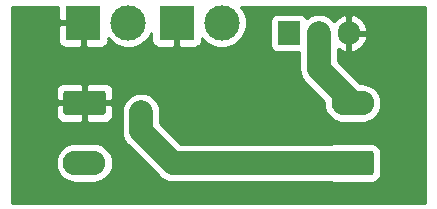
<source format=gbr>
G04 #@! TF.GenerationSoftware,KiCad,Pcbnew,(5.1.10)-1*
G04 #@! TF.CreationDate,2021-05-27T14:09:39+02:00*
G04 #@! TF.ProjectId,HV_UV_detect,48565f55-565f-4646-9574-6563742e6b69,0v2*
G04 #@! TF.SameCoordinates,Original*
G04 #@! TF.FileFunction,Copper,L2,Bot*
G04 #@! TF.FilePolarity,Positive*
%FSLAX46Y46*%
G04 Gerber Fmt 4.6, Leading zero omitted, Abs format (unit mm)*
G04 Created by KiCad (PCBNEW (5.1.10)-1) date 2021-05-27 14:09:39*
%MOMM*%
%LPD*%
G01*
G04 APERTURE LIST*
G04 #@! TA.AperFunction,ComponentPad*
%ADD10O,1.905000X2.000000*%
G04 #@! TD*
G04 #@! TA.AperFunction,ComponentPad*
%ADD11R,1.905000X2.000000*%
G04 #@! TD*
G04 #@! TA.AperFunction,ComponentPad*
%ADD12C,2.999740*%
G04 #@! TD*
G04 #@! TA.AperFunction,ComponentPad*
%ADD13R,2.999740X2.999740*%
G04 #@! TD*
G04 #@! TA.AperFunction,ComponentPad*
%ADD14O,3.600000X2.080000*%
G04 #@! TD*
G04 #@! TA.AperFunction,ViaPad*
%ADD15C,0.800000*%
G04 #@! TD*
G04 #@! TA.AperFunction,Conductor*
%ADD16C,2.000000*%
G04 #@! TD*
G04 #@! TA.AperFunction,Conductor*
%ADD17C,0.254000*%
G04 #@! TD*
G04 #@! TA.AperFunction,Conductor*
%ADD18C,0.100000*%
G04 #@! TD*
G04 APERTURE END LIST*
D10*
X167680000Y-85600000D03*
X165140000Y-85600000D03*
D11*
X162600000Y-85600000D03*
D12*
X156910000Y-84700000D03*
D13*
X153100000Y-84700000D03*
D12*
X149010000Y-84700000D03*
D13*
X145200000Y-84700000D03*
G04 #@! TA.AperFunction,ComponentPad*
G36*
G01*
X143749999Y-90460000D02*
X146850001Y-90460000D01*
G75*
G02*
X147100000Y-90709999I0J-249999D01*
G01*
X147100000Y-92290001D01*
G75*
G02*
X146850001Y-92540000I-249999J0D01*
G01*
X143749999Y-92540000D01*
G75*
G02*
X143500000Y-92290001I0J249999D01*
G01*
X143500000Y-90709999D01*
G75*
G02*
X143749999Y-90460000I249999J0D01*
G01*
G37*
G04 #@! TD.AperFunction*
D14*
X145300000Y-96580000D03*
X168000000Y-91520000D03*
G04 #@! TA.AperFunction,ComponentPad*
G36*
G01*
X169550001Y-97640000D02*
X166449999Y-97640000D01*
G75*
G02*
X166200000Y-97390001I0J249999D01*
G01*
X166200000Y-95809999D01*
G75*
G02*
X166449999Y-95560000I249999J0D01*
G01*
X169550001Y-95560000D01*
G75*
G02*
X169800000Y-95809999I0J-249999D01*
G01*
X169800000Y-97390001D01*
G75*
G02*
X169550001Y-97640000I-249999J0D01*
G01*
G37*
G04 #@! TD.AperFunction*
D15*
X159825000Y-98775000D03*
X160450000Y-88150000D03*
X150100000Y-93200000D03*
X149700000Y-92400000D03*
X150600000Y-92400000D03*
D16*
X150100000Y-93200000D02*
X150100000Y-92300000D01*
X152800000Y-96600000D02*
X150100000Y-93900000D01*
X168000000Y-96600000D02*
X152800000Y-96600000D01*
X150100000Y-92300000D02*
X150100000Y-93900000D01*
X165140000Y-88660000D02*
X168000000Y-91520000D01*
X165140000Y-85600000D02*
X165140000Y-88660000D01*
D17*
X143065130Y-84414250D02*
X143223880Y-84573000D01*
X145073000Y-84573000D01*
X145073000Y-84553000D01*
X145327000Y-84553000D01*
X145327000Y-84573000D01*
X145347000Y-84573000D01*
X145347000Y-84827000D01*
X145327000Y-84827000D01*
X145327000Y-86676120D01*
X145485750Y-86834870D01*
X146699870Y-86837942D01*
X146824352Y-86825682D01*
X146944050Y-86789372D01*
X147054364Y-86730407D01*
X147151055Y-86651055D01*
X147230407Y-86554364D01*
X147289372Y-86444050D01*
X147325682Y-86324352D01*
X147337942Y-86199870D01*
X147337537Y-86039646D01*
X147351738Y-86060900D01*
X147649100Y-86358262D01*
X147998760Y-86591897D01*
X148387281Y-86752828D01*
X148799734Y-86834870D01*
X149220266Y-86834870D01*
X149632719Y-86752828D01*
X150021240Y-86591897D01*
X150370900Y-86358262D01*
X150668262Y-86060900D01*
X150901897Y-85711240D01*
X150963672Y-85562103D01*
X150962058Y-86199870D01*
X150974318Y-86324352D01*
X151010628Y-86444050D01*
X151069593Y-86554364D01*
X151148945Y-86651055D01*
X151245636Y-86730407D01*
X151355950Y-86789372D01*
X151475648Y-86825682D01*
X151600130Y-86837942D01*
X152814250Y-86834870D01*
X152973000Y-86676120D01*
X152973000Y-84827000D01*
X152953000Y-84827000D01*
X152953000Y-84573000D01*
X152973000Y-84573000D01*
X152973000Y-84553000D01*
X153227000Y-84553000D01*
X153227000Y-84573000D01*
X153247000Y-84573000D01*
X153247000Y-84827000D01*
X153227000Y-84827000D01*
X153227000Y-86676120D01*
X153385750Y-86834870D01*
X154599870Y-86837942D01*
X154724352Y-86825682D01*
X154844050Y-86789372D01*
X154954364Y-86730407D01*
X155051055Y-86651055D01*
X155130407Y-86554364D01*
X155189372Y-86444050D01*
X155225682Y-86324352D01*
X155237942Y-86199870D01*
X155237537Y-86039646D01*
X155251738Y-86060900D01*
X155549100Y-86358262D01*
X155898760Y-86591897D01*
X156287281Y-86752828D01*
X156699734Y-86834870D01*
X157120266Y-86834870D01*
X157532719Y-86752828D01*
X157921240Y-86591897D01*
X158270900Y-86358262D01*
X158568262Y-86060900D01*
X158801897Y-85711240D01*
X158962828Y-85322719D01*
X159044870Y-84910266D01*
X159044870Y-84600000D01*
X161009428Y-84600000D01*
X161009428Y-86600000D01*
X161021688Y-86724482D01*
X161057998Y-86844180D01*
X161116963Y-86954494D01*
X161196315Y-87051185D01*
X161293006Y-87130537D01*
X161403320Y-87189502D01*
X161523018Y-87225812D01*
X161647500Y-87238072D01*
X163505001Y-87238072D01*
X163505001Y-88579671D01*
X163497089Y-88660000D01*
X163528658Y-88980516D01*
X163622148Y-89288714D01*
X163622149Y-89288715D01*
X163773970Y-89572752D01*
X163978287Y-89821714D01*
X164040682Y-89872920D01*
X165568629Y-91400868D01*
X165556896Y-91520000D01*
X165589236Y-91848357D01*
X165685015Y-92164096D01*
X165840550Y-92455082D01*
X166049866Y-92710134D01*
X166304918Y-92919450D01*
X166595904Y-93074985D01*
X166911643Y-93170764D01*
X167157718Y-93195000D01*
X168842282Y-93195000D01*
X169088357Y-93170764D01*
X169404096Y-93074985D01*
X169695082Y-92919450D01*
X169950134Y-92710134D01*
X170159450Y-92455082D01*
X170314985Y-92164096D01*
X170410764Y-91848357D01*
X170443104Y-91520000D01*
X170410764Y-91191643D01*
X170314985Y-90875904D01*
X170159450Y-90584918D01*
X169950134Y-90329866D01*
X169695082Y-90120550D01*
X169404096Y-89965015D01*
X169088357Y-89869236D01*
X168842282Y-89845000D01*
X168637239Y-89845000D01*
X166775000Y-87982762D01*
X166775000Y-86945406D01*
X166813077Y-86975969D01*
X167088906Y-87119571D01*
X167307020Y-87190563D01*
X167553000Y-87070594D01*
X167553000Y-85727000D01*
X167807000Y-85727000D01*
X167807000Y-87070594D01*
X168052980Y-87190563D01*
X168271094Y-87119571D01*
X168546923Y-86975969D01*
X168789437Y-86781315D01*
X168989316Y-86543089D01*
X169138879Y-86270446D01*
X169232378Y-85973863D01*
X169105570Y-85727000D01*
X167807000Y-85727000D01*
X167553000Y-85727000D01*
X167533000Y-85727000D01*
X167533000Y-85473000D01*
X167553000Y-85473000D01*
X167553000Y-84129406D01*
X167807000Y-84129406D01*
X167807000Y-85473000D01*
X169105570Y-85473000D01*
X169232378Y-85226137D01*
X169138879Y-84929554D01*
X168989316Y-84656911D01*
X168789437Y-84418685D01*
X168546923Y-84224031D01*
X168271094Y-84080429D01*
X168052980Y-84009437D01*
X167807000Y-84129406D01*
X167553000Y-84129406D01*
X167307020Y-84009437D01*
X167088906Y-84080429D01*
X166813077Y-84224031D01*
X166570563Y-84418685D01*
X166426520Y-84590363D01*
X166301714Y-84438286D01*
X166052751Y-84233969D01*
X165768714Y-84082148D01*
X165460515Y-83988657D01*
X165140000Y-83957089D01*
X164819484Y-83988657D01*
X164511285Y-84082148D01*
X164227248Y-84233969D01*
X164122722Y-84319751D01*
X164083037Y-84245506D01*
X164003685Y-84148815D01*
X163906994Y-84069463D01*
X163796680Y-84010498D01*
X163676982Y-83974188D01*
X163552500Y-83961928D01*
X161647500Y-83961928D01*
X161523018Y-83974188D01*
X161403320Y-84010498D01*
X161293006Y-84069463D01*
X161196315Y-84148815D01*
X161116963Y-84245506D01*
X161057998Y-84355820D01*
X161021688Y-84475518D01*
X161009428Y-84600000D01*
X159044870Y-84600000D01*
X159044870Y-84489734D01*
X158962828Y-84077281D01*
X158801897Y-83688760D01*
X158582227Y-83360000D01*
X174140000Y-83360000D01*
X174140001Y-99940000D01*
X139160000Y-99940000D01*
X139160000Y-96580000D01*
X142856896Y-96580000D01*
X142889236Y-96908357D01*
X142985015Y-97224096D01*
X143140550Y-97515082D01*
X143349866Y-97770134D01*
X143604918Y-97979450D01*
X143895904Y-98134985D01*
X144211643Y-98230764D01*
X144457718Y-98255000D01*
X146142282Y-98255000D01*
X146388357Y-98230764D01*
X146704096Y-98134985D01*
X146995082Y-97979450D01*
X147250134Y-97770134D01*
X147459450Y-97515082D01*
X147614985Y-97224096D01*
X147710764Y-96908357D01*
X147743104Y-96580000D01*
X147710764Y-96251643D01*
X147614985Y-95935904D01*
X147459450Y-95644918D01*
X147250134Y-95389866D01*
X146995082Y-95180550D01*
X146704096Y-95025015D01*
X146388357Y-94929236D01*
X146142282Y-94905000D01*
X144457718Y-94905000D01*
X144211643Y-94929236D01*
X143895904Y-95025015D01*
X143604918Y-95180550D01*
X143349866Y-95389866D01*
X143140550Y-95644918D01*
X142985015Y-95935904D01*
X142889236Y-96251643D01*
X142856896Y-96580000D01*
X139160000Y-96580000D01*
X139160000Y-93900000D01*
X148457089Y-93900000D01*
X148488658Y-94220516D01*
X148582148Y-94528714D01*
X148683245Y-94717852D01*
X148733970Y-94812752D01*
X148938287Y-95061714D01*
X149000682Y-95112920D01*
X151587084Y-97699324D01*
X151638286Y-97761714D01*
X151887248Y-97966031D01*
X152171285Y-98117852D01*
X152479483Y-98211343D01*
X152800000Y-98242911D01*
X152880322Y-98235000D01*
X166191008Y-98235000D01*
X166276745Y-98261008D01*
X166449999Y-98278072D01*
X169550001Y-98278072D01*
X169723255Y-98261008D01*
X169889851Y-98210472D01*
X170043387Y-98128405D01*
X170177962Y-98017962D01*
X170288405Y-97883387D01*
X170370472Y-97729851D01*
X170421008Y-97563255D01*
X170438072Y-97390001D01*
X170438072Y-95809999D01*
X170421008Y-95636745D01*
X170370472Y-95470149D01*
X170288405Y-95316613D01*
X170177962Y-95182038D01*
X170043387Y-95071595D01*
X169889851Y-94989528D01*
X169723255Y-94938992D01*
X169550001Y-94921928D01*
X166449999Y-94921928D01*
X166276745Y-94938992D01*
X166191008Y-94965000D01*
X153477240Y-94965000D01*
X151735000Y-93222762D01*
X151735000Y-92219678D01*
X151711343Y-91979484D01*
X151617852Y-91671285D01*
X151466031Y-91387248D01*
X151261714Y-91138286D01*
X151012752Y-90933969D01*
X150728715Y-90782148D01*
X150420516Y-90688657D01*
X150100000Y-90657089D01*
X149779484Y-90688657D01*
X149471285Y-90782148D01*
X149187248Y-90933969D01*
X148938286Y-91138286D01*
X148826066Y-91275028D01*
X148733969Y-91387248D01*
X148582148Y-91671285D01*
X148488657Y-91979484D01*
X148488657Y-91979485D01*
X148465000Y-92219679D01*
X148465000Y-93819681D01*
X148457089Y-93900000D01*
X139160000Y-93900000D01*
X139160000Y-92540000D01*
X142861928Y-92540000D01*
X142874188Y-92664482D01*
X142910498Y-92784180D01*
X142969463Y-92894494D01*
X143048815Y-92991185D01*
X143145506Y-93070537D01*
X143255820Y-93129502D01*
X143375518Y-93165812D01*
X143500000Y-93178072D01*
X145014250Y-93175000D01*
X145173000Y-93016250D01*
X145173000Y-91627000D01*
X145427000Y-91627000D01*
X145427000Y-93016250D01*
X145585750Y-93175000D01*
X147100000Y-93178072D01*
X147224482Y-93165812D01*
X147344180Y-93129502D01*
X147454494Y-93070537D01*
X147551185Y-92991185D01*
X147630537Y-92894494D01*
X147689502Y-92784180D01*
X147725812Y-92664482D01*
X147738072Y-92540000D01*
X147735000Y-91785750D01*
X147576250Y-91627000D01*
X145427000Y-91627000D01*
X145173000Y-91627000D01*
X143023750Y-91627000D01*
X142865000Y-91785750D01*
X142861928Y-92540000D01*
X139160000Y-92540000D01*
X139160000Y-90460000D01*
X142861928Y-90460000D01*
X142865000Y-91214250D01*
X143023750Y-91373000D01*
X145173000Y-91373000D01*
X145173000Y-89983750D01*
X145427000Y-89983750D01*
X145427000Y-91373000D01*
X147576250Y-91373000D01*
X147735000Y-91214250D01*
X147738072Y-90460000D01*
X147725812Y-90335518D01*
X147689502Y-90215820D01*
X147630537Y-90105506D01*
X147551185Y-90008815D01*
X147454494Y-89929463D01*
X147344180Y-89870498D01*
X147224482Y-89834188D01*
X147100000Y-89821928D01*
X145585750Y-89825000D01*
X145427000Y-89983750D01*
X145173000Y-89983750D01*
X145014250Y-89825000D01*
X143500000Y-89821928D01*
X143375518Y-89834188D01*
X143255820Y-89870498D01*
X143145506Y-89929463D01*
X143048815Y-90008815D01*
X142969463Y-90105506D01*
X142910498Y-90215820D01*
X142874188Y-90335518D01*
X142861928Y-90460000D01*
X139160000Y-90460000D01*
X139160000Y-86199870D01*
X143062058Y-86199870D01*
X143074318Y-86324352D01*
X143110628Y-86444050D01*
X143169593Y-86554364D01*
X143248945Y-86651055D01*
X143345636Y-86730407D01*
X143455950Y-86789372D01*
X143575648Y-86825682D01*
X143700130Y-86837942D01*
X144914250Y-86834870D01*
X145073000Y-86676120D01*
X145073000Y-84827000D01*
X143223880Y-84827000D01*
X143065130Y-84985750D01*
X143062058Y-86199870D01*
X139160000Y-86199870D01*
X139160000Y-83360000D01*
X143062463Y-83360000D01*
X143065130Y-84414250D01*
G04 #@! TA.AperFunction,Conductor*
D18*
G36*
X143065130Y-84414250D02*
G01*
X143223880Y-84573000D01*
X145073000Y-84573000D01*
X145073000Y-84553000D01*
X145327000Y-84553000D01*
X145327000Y-84573000D01*
X145347000Y-84573000D01*
X145347000Y-84827000D01*
X145327000Y-84827000D01*
X145327000Y-86676120D01*
X145485750Y-86834870D01*
X146699870Y-86837942D01*
X146824352Y-86825682D01*
X146944050Y-86789372D01*
X147054364Y-86730407D01*
X147151055Y-86651055D01*
X147230407Y-86554364D01*
X147289372Y-86444050D01*
X147325682Y-86324352D01*
X147337942Y-86199870D01*
X147337537Y-86039646D01*
X147351738Y-86060900D01*
X147649100Y-86358262D01*
X147998760Y-86591897D01*
X148387281Y-86752828D01*
X148799734Y-86834870D01*
X149220266Y-86834870D01*
X149632719Y-86752828D01*
X150021240Y-86591897D01*
X150370900Y-86358262D01*
X150668262Y-86060900D01*
X150901897Y-85711240D01*
X150963672Y-85562103D01*
X150962058Y-86199870D01*
X150974318Y-86324352D01*
X151010628Y-86444050D01*
X151069593Y-86554364D01*
X151148945Y-86651055D01*
X151245636Y-86730407D01*
X151355950Y-86789372D01*
X151475648Y-86825682D01*
X151600130Y-86837942D01*
X152814250Y-86834870D01*
X152973000Y-86676120D01*
X152973000Y-84827000D01*
X152953000Y-84827000D01*
X152953000Y-84573000D01*
X152973000Y-84573000D01*
X152973000Y-84553000D01*
X153227000Y-84553000D01*
X153227000Y-84573000D01*
X153247000Y-84573000D01*
X153247000Y-84827000D01*
X153227000Y-84827000D01*
X153227000Y-86676120D01*
X153385750Y-86834870D01*
X154599870Y-86837942D01*
X154724352Y-86825682D01*
X154844050Y-86789372D01*
X154954364Y-86730407D01*
X155051055Y-86651055D01*
X155130407Y-86554364D01*
X155189372Y-86444050D01*
X155225682Y-86324352D01*
X155237942Y-86199870D01*
X155237537Y-86039646D01*
X155251738Y-86060900D01*
X155549100Y-86358262D01*
X155898760Y-86591897D01*
X156287281Y-86752828D01*
X156699734Y-86834870D01*
X157120266Y-86834870D01*
X157532719Y-86752828D01*
X157921240Y-86591897D01*
X158270900Y-86358262D01*
X158568262Y-86060900D01*
X158801897Y-85711240D01*
X158962828Y-85322719D01*
X159044870Y-84910266D01*
X159044870Y-84600000D01*
X161009428Y-84600000D01*
X161009428Y-86600000D01*
X161021688Y-86724482D01*
X161057998Y-86844180D01*
X161116963Y-86954494D01*
X161196315Y-87051185D01*
X161293006Y-87130537D01*
X161403320Y-87189502D01*
X161523018Y-87225812D01*
X161647500Y-87238072D01*
X163505001Y-87238072D01*
X163505001Y-88579671D01*
X163497089Y-88660000D01*
X163528658Y-88980516D01*
X163622148Y-89288714D01*
X163622149Y-89288715D01*
X163773970Y-89572752D01*
X163978287Y-89821714D01*
X164040682Y-89872920D01*
X165568629Y-91400868D01*
X165556896Y-91520000D01*
X165589236Y-91848357D01*
X165685015Y-92164096D01*
X165840550Y-92455082D01*
X166049866Y-92710134D01*
X166304918Y-92919450D01*
X166595904Y-93074985D01*
X166911643Y-93170764D01*
X167157718Y-93195000D01*
X168842282Y-93195000D01*
X169088357Y-93170764D01*
X169404096Y-93074985D01*
X169695082Y-92919450D01*
X169950134Y-92710134D01*
X170159450Y-92455082D01*
X170314985Y-92164096D01*
X170410764Y-91848357D01*
X170443104Y-91520000D01*
X170410764Y-91191643D01*
X170314985Y-90875904D01*
X170159450Y-90584918D01*
X169950134Y-90329866D01*
X169695082Y-90120550D01*
X169404096Y-89965015D01*
X169088357Y-89869236D01*
X168842282Y-89845000D01*
X168637239Y-89845000D01*
X166775000Y-87982762D01*
X166775000Y-86945406D01*
X166813077Y-86975969D01*
X167088906Y-87119571D01*
X167307020Y-87190563D01*
X167553000Y-87070594D01*
X167553000Y-85727000D01*
X167807000Y-85727000D01*
X167807000Y-87070594D01*
X168052980Y-87190563D01*
X168271094Y-87119571D01*
X168546923Y-86975969D01*
X168789437Y-86781315D01*
X168989316Y-86543089D01*
X169138879Y-86270446D01*
X169232378Y-85973863D01*
X169105570Y-85727000D01*
X167807000Y-85727000D01*
X167553000Y-85727000D01*
X167533000Y-85727000D01*
X167533000Y-85473000D01*
X167553000Y-85473000D01*
X167553000Y-84129406D01*
X167807000Y-84129406D01*
X167807000Y-85473000D01*
X169105570Y-85473000D01*
X169232378Y-85226137D01*
X169138879Y-84929554D01*
X168989316Y-84656911D01*
X168789437Y-84418685D01*
X168546923Y-84224031D01*
X168271094Y-84080429D01*
X168052980Y-84009437D01*
X167807000Y-84129406D01*
X167553000Y-84129406D01*
X167307020Y-84009437D01*
X167088906Y-84080429D01*
X166813077Y-84224031D01*
X166570563Y-84418685D01*
X166426520Y-84590363D01*
X166301714Y-84438286D01*
X166052751Y-84233969D01*
X165768714Y-84082148D01*
X165460515Y-83988657D01*
X165140000Y-83957089D01*
X164819484Y-83988657D01*
X164511285Y-84082148D01*
X164227248Y-84233969D01*
X164122722Y-84319751D01*
X164083037Y-84245506D01*
X164003685Y-84148815D01*
X163906994Y-84069463D01*
X163796680Y-84010498D01*
X163676982Y-83974188D01*
X163552500Y-83961928D01*
X161647500Y-83961928D01*
X161523018Y-83974188D01*
X161403320Y-84010498D01*
X161293006Y-84069463D01*
X161196315Y-84148815D01*
X161116963Y-84245506D01*
X161057998Y-84355820D01*
X161021688Y-84475518D01*
X161009428Y-84600000D01*
X159044870Y-84600000D01*
X159044870Y-84489734D01*
X158962828Y-84077281D01*
X158801897Y-83688760D01*
X158582227Y-83360000D01*
X174140000Y-83360000D01*
X174140001Y-99940000D01*
X139160000Y-99940000D01*
X139160000Y-96580000D01*
X142856896Y-96580000D01*
X142889236Y-96908357D01*
X142985015Y-97224096D01*
X143140550Y-97515082D01*
X143349866Y-97770134D01*
X143604918Y-97979450D01*
X143895904Y-98134985D01*
X144211643Y-98230764D01*
X144457718Y-98255000D01*
X146142282Y-98255000D01*
X146388357Y-98230764D01*
X146704096Y-98134985D01*
X146995082Y-97979450D01*
X147250134Y-97770134D01*
X147459450Y-97515082D01*
X147614985Y-97224096D01*
X147710764Y-96908357D01*
X147743104Y-96580000D01*
X147710764Y-96251643D01*
X147614985Y-95935904D01*
X147459450Y-95644918D01*
X147250134Y-95389866D01*
X146995082Y-95180550D01*
X146704096Y-95025015D01*
X146388357Y-94929236D01*
X146142282Y-94905000D01*
X144457718Y-94905000D01*
X144211643Y-94929236D01*
X143895904Y-95025015D01*
X143604918Y-95180550D01*
X143349866Y-95389866D01*
X143140550Y-95644918D01*
X142985015Y-95935904D01*
X142889236Y-96251643D01*
X142856896Y-96580000D01*
X139160000Y-96580000D01*
X139160000Y-93900000D01*
X148457089Y-93900000D01*
X148488658Y-94220516D01*
X148582148Y-94528714D01*
X148683245Y-94717852D01*
X148733970Y-94812752D01*
X148938287Y-95061714D01*
X149000682Y-95112920D01*
X151587084Y-97699324D01*
X151638286Y-97761714D01*
X151887248Y-97966031D01*
X152171285Y-98117852D01*
X152479483Y-98211343D01*
X152800000Y-98242911D01*
X152880322Y-98235000D01*
X166191008Y-98235000D01*
X166276745Y-98261008D01*
X166449999Y-98278072D01*
X169550001Y-98278072D01*
X169723255Y-98261008D01*
X169889851Y-98210472D01*
X170043387Y-98128405D01*
X170177962Y-98017962D01*
X170288405Y-97883387D01*
X170370472Y-97729851D01*
X170421008Y-97563255D01*
X170438072Y-97390001D01*
X170438072Y-95809999D01*
X170421008Y-95636745D01*
X170370472Y-95470149D01*
X170288405Y-95316613D01*
X170177962Y-95182038D01*
X170043387Y-95071595D01*
X169889851Y-94989528D01*
X169723255Y-94938992D01*
X169550001Y-94921928D01*
X166449999Y-94921928D01*
X166276745Y-94938992D01*
X166191008Y-94965000D01*
X153477240Y-94965000D01*
X151735000Y-93222762D01*
X151735000Y-92219678D01*
X151711343Y-91979484D01*
X151617852Y-91671285D01*
X151466031Y-91387248D01*
X151261714Y-91138286D01*
X151012752Y-90933969D01*
X150728715Y-90782148D01*
X150420516Y-90688657D01*
X150100000Y-90657089D01*
X149779484Y-90688657D01*
X149471285Y-90782148D01*
X149187248Y-90933969D01*
X148938286Y-91138286D01*
X148826066Y-91275028D01*
X148733969Y-91387248D01*
X148582148Y-91671285D01*
X148488657Y-91979484D01*
X148488657Y-91979485D01*
X148465000Y-92219679D01*
X148465000Y-93819681D01*
X148457089Y-93900000D01*
X139160000Y-93900000D01*
X139160000Y-92540000D01*
X142861928Y-92540000D01*
X142874188Y-92664482D01*
X142910498Y-92784180D01*
X142969463Y-92894494D01*
X143048815Y-92991185D01*
X143145506Y-93070537D01*
X143255820Y-93129502D01*
X143375518Y-93165812D01*
X143500000Y-93178072D01*
X145014250Y-93175000D01*
X145173000Y-93016250D01*
X145173000Y-91627000D01*
X145427000Y-91627000D01*
X145427000Y-93016250D01*
X145585750Y-93175000D01*
X147100000Y-93178072D01*
X147224482Y-93165812D01*
X147344180Y-93129502D01*
X147454494Y-93070537D01*
X147551185Y-92991185D01*
X147630537Y-92894494D01*
X147689502Y-92784180D01*
X147725812Y-92664482D01*
X147738072Y-92540000D01*
X147735000Y-91785750D01*
X147576250Y-91627000D01*
X145427000Y-91627000D01*
X145173000Y-91627000D01*
X143023750Y-91627000D01*
X142865000Y-91785750D01*
X142861928Y-92540000D01*
X139160000Y-92540000D01*
X139160000Y-90460000D01*
X142861928Y-90460000D01*
X142865000Y-91214250D01*
X143023750Y-91373000D01*
X145173000Y-91373000D01*
X145173000Y-89983750D01*
X145427000Y-89983750D01*
X145427000Y-91373000D01*
X147576250Y-91373000D01*
X147735000Y-91214250D01*
X147738072Y-90460000D01*
X147725812Y-90335518D01*
X147689502Y-90215820D01*
X147630537Y-90105506D01*
X147551185Y-90008815D01*
X147454494Y-89929463D01*
X147344180Y-89870498D01*
X147224482Y-89834188D01*
X147100000Y-89821928D01*
X145585750Y-89825000D01*
X145427000Y-89983750D01*
X145173000Y-89983750D01*
X145014250Y-89825000D01*
X143500000Y-89821928D01*
X143375518Y-89834188D01*
X143255820Y-89870498D01*
X143145506Y-89929463D01*
X143048815Y-90008815D01*
X142969463Y-90105506D01*
X142910498Y-90215820D01*
X142874188Y-90335518D01*
X142861928Y-90460000D01*
X139160000Y-90460000D01*
X139160000Y-86199870D01*
X143062058Y-86199870D01*
X143074318Y-86324352D01*
X143110628Y-86444050D01*
X143169593Y-86554364D01*
X143248945Y-86651055D01*
X143345636Y-86730407D01*
X143455950Y-86789372D01*
X143575648Y-86825682D01*
X143700130Y-86837942D01*
X144914250Y-86834870D01*
X145073000Y-86676120D01*
X145073000Y-84827000D01*
X143223880Y-84827000D01*
X143065130Y-84985750D01*
X143062058Y-86199870D01*
X139160000Y-86199870D01*
X139160000Y-83360000D01*
X143062463Y-83360000D01*
X143065130Y-84414250D01*
G37*
G04 #@! TD.AperFunction*
M02*

</source>
